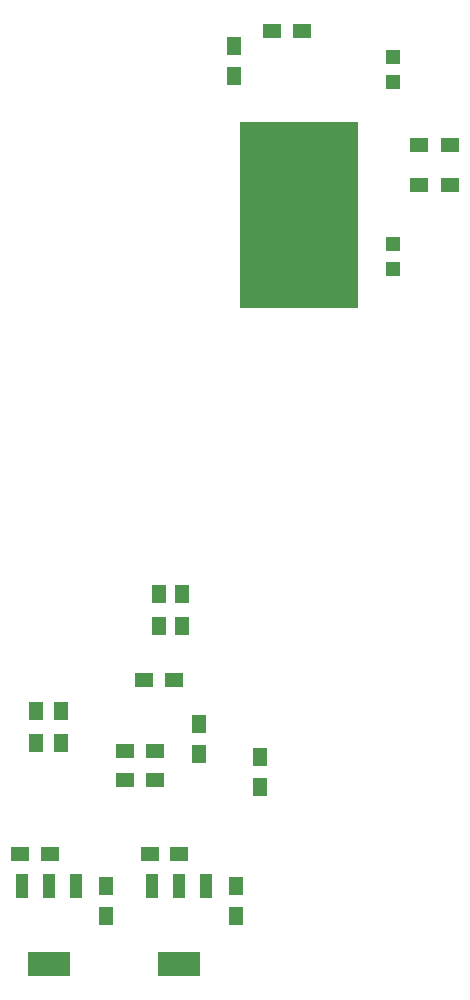
<source format=gbr>
G04 #@! TF.FileFunction,Paste,Bot*
%FSLAX46Y46*%
G04 Gerber Fmt 4.6, Leading zero omitted, Abs format (unit mm)*
G04 Created by KiCad (PCBNEW 4.0.5) date Thu Feb 16 16:16:09 2017*
%MOMM*%
%LPD*%
G01*
G04 APERTURE LIST*
%ADD10C,0.100000*%
%ADD11R,10.000000X15.750000*%
%ADD12R,1.500000X1.300000*%
%ADD13R,1.198880X1.198880*%
%ADD14R,1.250000X1.500000*%
%ADD15R,1.500000X1.250000*%
%ADD16R,1.300000X1.500000*%
%ADD17R,3.657600X2.032000*%
%ADD18R,1.016000X2.032000*%
G04 APERTURE END LIST*
D10*
D11*
X132550000Y-81550000D03*
D12*
X145350000Y-75600000D03*
X142650000Y-75600000D03*
D13*
X140500000Y-70299020D03*
X140500000Y-68200980D03*
X140500000Y-84050980D03*
X140500000Y-86149020D03*
D12*
X145350000Y-79000000D03*
X142650000Y-79000000D03*
D14*
X127000000Y-69750000D03*
X127000000Y-67250000D03*
D15*
X132750000Y-66000000D03*
X130250000Y-66000000D03*
D14*
X127164000Y-138370000D03*
X127164000Y-140870000D03*
D15*
X122384000Y-135650000D03*
X119884000Y-135650000D03*
D14*
X116164000Y-138370000D03*
X116164000Y-140870000D03*
D15*
X111414000Y-135670000D03*
X108914000Y-135670000D03*
D16*
X110260106Y-126277512D03*
X110260106Y-123577512D03*
X112417572Y-126277512D03*
X112417572Y-123577512D03*
X122664000Y-113670000D03*
X122664000Y-116370000D03*
X120664000Y-116370000D03*
X120664000Y-113670000D03*
D17*
X122378000Y-144983112D03*
D18*
X122378000Y-138379112D03*
X124664000Y-138379112D03*
X120092000Y-138379112D03*
D17*
X111374000Y-144991112D03*
D18*
X111374000Y-138387112D03*
X113660000Y-138387112D03*
X109088000Y-138387112D03*
D15*
X120314000Y-126920000D03*
X117814000Y-126920000D03*
X120314000Y-129420000D03*
X117814000Y-129420000D03*
D14*
X124064000Y-124670000D03*
X124064000Y-127170000D03*
D15*
X119414000Y-120920000D03*
X121914000Y-120920000D03*
D14*
X129264000Y-127470000D03*
X129264000Y-129970000D03*
M02*

</source>
